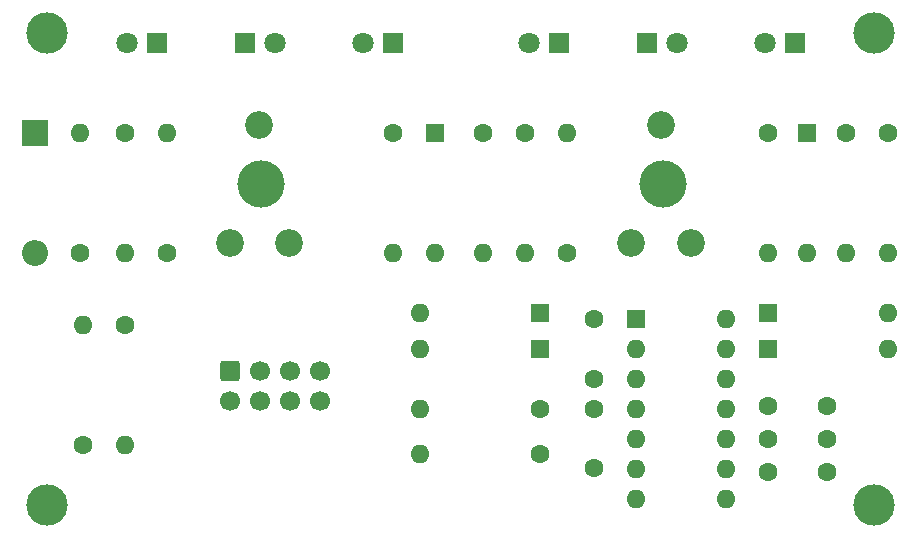
<source format=gbr>
%TF.GenerationSoftware,KiCad,Pcbnew,8.0.8*%
%TF.CreationDate,2025-01-24T23:50:34+01:00*%
%TF.ProjectId,Bias,42696173-2e6b-4696-9361-645f70636258,rev?*%
%TF.SameCoordinates,Original*%
%TF.FileFunction,Soldermask,Top*%
%TF.FilePolarity,Negative*%
%FSLAX46Y46*%
G04 Gerber Fmt 4.6, Leading zero omitted, Abs format (unit mm)*
G04 Created by KiCad (PCBNEW 8.0.8) date 2025-01-24 23:50:34*
%MOMM*%
%LPD*%
G01*
G04 APERTURE LIST*
G04 Aperture macros list*
%AMRoundRect*
0 Rectangle with rounded corners*
0 $1 Rounding radius*
0 $2 $3 $4 $5 $6 $7 $8 $9 X,Y pos of 4 corners*
0 Add a 4 corners polygon primitive as box body*
4,1,4,$2,$3,$4,$5,$6,$7,$8,$9,$2,$3,0*
0 Add four circle primitives for the rounded corners*
1,1,$1+$1,$2,$3*
1,1,$1+$1,$4,$5*
1,1,$1+$1,$6,$7*
1,1,$1+$1,$8,$9*
0 Add four rect primitives between the rounded corners*
20,1,$1+$1,$2,$3,$4,$5,0*
20,1,$1+$1,$4,$5,$6,$7,0*
20,1,$1+$1,$6,$7,$8,$9,0*
20,1,$1+$1,$8,$9,$2,$3,0*%
G04 Aperture macros list end*
%ADD10R,1.600000X1.600000*%
%ADD11O,1.600000X1.600000*%
%ADD12C,3.500120*%
%ADD13C,1.600000*%
%ADD14R,1.800000X1.800000*%
%ADD15C,1.800000*%
%ADD16R,2.200000X2.200000*%
%ADD17O,2.200000X2.200000*%
%ADD18C,4.000000*%
%ADD19C,2.340000*%
%ADD20RoundRect,0.250000X-0.600000X0.600000X-0.600000X-0.600000X0.600000X-0.600000X0.600000X0.600000X0*%
%ADD21C,1.700000*%
G04 APERTURE END LIST*
D10*
X195072000Y-91440000D03*
D11*
X195072000Y-93980000D03*
X195072000Y-96520000D03*
X195072000Y-99060000D03*
X195072000Y-101600000D03*
X195072000Y-104140000D03*
X195072000Y-106680000D03*
X202692000Y-106680000D03*
X202692000Y-104140000D03*
X202692000Y-101600000D03*
X202692000Y-99060000D03*
X202692000Y-96520000D03*
X202692000Y-93980000D03*
X202692000Y-91440000D03*
D12*
X145209260Y-67266820D03*
X145209260Y-107266740D03*
X215209120Y-67266820D03*
X215209120Y-107266740D03*
D13*
X191516000Y-96520000D03*
X191516000Y-91520000D03*
X191516000Y-99060000D03*
X191516000Y-104060000D03*
X206248000Y-101600000D03*
X211248000Y-101600000D03*
D10*
X186944000Y-93980000D03*
D11*
X176784000Y-93980000D03*
D14*
X154470000Y-68072000D03*
D15*
X151930000Y-68072000D03*
D10*
X178054000Y-75692000D03*
D11*
X178054000Y-85852000D03*
D14*
X161920000Y-68072000D03*
D15*
X164460000Y-68072000D03*
D10*
X186944000Y-90932000D03*
D11*
X176784000Y-90932000D03*
D14*
X208506000Y-68072000D03*
D15*
X205966000Y-68072000D03*
D10*
X206248000Y-93980000D03*
D11*
X216408000Y-93980000D03*
D10*
X209550000Y-75692000D03*
D11*
X209550000Y-85852000D03*
D10*
X206248000Y-90932000D03*
D11*
X216408000Y-90932000D03*
D16*
X144145000Y-75692000D03*
D17*
X144145000Y-85852000D03*
D13*
X185674000Y-75692000D03*
D11*
X185674000Y-85852000D03*
D13*
X186944000Y-99060000D03*
D11*
X176784000Y-99060000D03*
D13*
X174498000Y-75692000D03*
D11*
X174498000Y-85852000D03*
D13*
X212852000Y-75692000D03*
D11*
X212852000Y-85852000D03*
D13*
X216408000Y-75692000D03*
D11*
X216408000Y-85852000D03*
D13*
X186944000Y-102870000D03*
D11*
X176784000Y-102870000D03*
D13*
X206248000Y-75692000D03*
D11*
X206248000Y-85852000D03*
D13*
X147955000Y-85852000D03*
D11*
X147955000Y-75692000D03*
D13*
X151765000Y-75692000D03*
D11*
X151765000Y-85852000D03*
D13*
X151765000Y-91948000D03*
D11*
X151765000Y-102108000D03*
D13*
X148209000Y-102108000D03*
D11*
X148209000Y-91948000D03*
D13*
X206248000Y-98806000D03*
X211248000Y-98806000D03*
X206248000Y-104394000D03*
X211248000Y-104394000D03*
D14*
X174470000Y-68072000D03*
D15*
X171930000Y-68072000D03*
D13*
X182118000Y-75704700D03*
D11*
X182118000Y-85864700D03*
D14*
X195956000Y-68072000D03*
D15*
X198496000Y-68072000D03*
D14*
X188506000Y-68072000D03*
D15*
X185966000Y-68072000D03*
D13*
X155321000Y-85852000D03*
D11*
X155321000Y-75692000D03*
D13*
X189230000Y-85852000D03*
D11*
X189230000Y-75692000D03*
D18*
X197305000Y-80072000D03*
D19*
X194655000Y-85072000D03*
X197155000Y-75072000D03*
X199655000Y-85072000D03*
D18*
X163305000Y-80072000D03*
D19*
X160655000Y-85072000D03*
X163155000Y-75072000D03*
X165655000Y-85072000D03*
D20*
X160655000Y-95885000D03*
D21*
X160655000Y-98425000D03*
X163195000Y-95885000D03*
X163195000Y-98425000D03*
X165735000Y-95885000D03*
X165735000Y-98425000D03*
X168275000Y-95885000D03*
X168275000Y-98425000D03*
M02*

</source>
